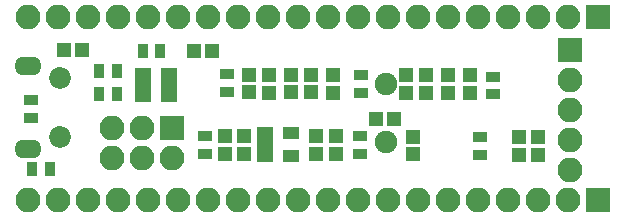
<source format=gbs>
%TF.GenerationSoftware,KiCad,Pcbnew,4.0.7*%
%TF.CreationDate,2018-01-16T14:15:25+08:00*%
%TF.ProjectId,STM32F401CCT6,53544D333246343031434354362E6B69,rev?*%
%TF.FileFunction,Soldermask,Bot*%
%FSLAX46Y46*%
G04 Gerber Fmt 4.6, Leading zero omitted, Abs format (unit mm)*
G04 Created by KiCad (PCBNEW 4.0.7) date 01/16/18 14:15:25*
%MOMM*%
%LPD*%
G01*
G04 APERTURE LIST*
%ADD10C,0.100000*%
%ADD11C,1.900000*%
%ADD12R,2.100000X2.100000*%
%ADD13O,2.100000X2.100000*%
%ADD14R,0.900000X1.300000*%
%ADD15R,1.200000X1.150000*%
%ADD16R,1.150000X1.200000*%
%ADD17R,1.300000X0.900000*%
%ADD18R,1.460000X1.050000*%
%ADD19C,1.850000*%
%ADD20O,2.300000X1.600000*%
G04 APERTURE END LIST*
D10*
D11*
X32222000Y-14222000D03*
X32222000Y-9342000D03*
D12*
X47772000Y-6482000D03*
D13*
X47772000Y-9022000D03*
X47772000Y-11562000D03*
X47772000Y-14102000D03*
X47772000Y-16642000D03*
D14*
X2250000Y-16550000D03*
X3750000Y-16550000D03*
D15*
X31402000Y-12262000D03*
X32902000Y-12262000D03*
D16*
X34542000Y-13792000D03*
X34542000Y-15292000D03*
X45102000Y-15342000D03*
X45102000Y-13842000D03*
D15*
X6482000Y-6472000D03*
X4982000Y-6472000D03*
X15962000Y-6532000D03*
X17462000Y-6532000D03*
D17*
X16912000Y-13752000D03*
X16912000Y-15252000D03*
D16*
X18592000Y-15242000D03*
X18592000Y-13742000D03*
X20232000Y-13752000D03*
X20232000Y-15252000D03*
D18*
X22002000Y-15382000D03*
X22002000Y-14432000D03*
X22002000Y-13482000D03*
X24202000Y-13482000D03*
X24202000Y-15382000D03*
D16*
X26282000Y-13722000D03*
X26282000Y-15222000D03*
X28022000Y-13732000D03*
X28022000Y-15232000D03*
D17*
X30012000Y-13752000D03*
X30012000Y-15252000D03*
X40192000Y-13812000D03*
X40192000Y-15312000D03*
D16*
X43452000Y-15322000D03*
X43452000Y-13822000D03*
D17*
X41240000Y-8700000D03*
X41240000Y-10200000D03*
D16*
X37502000Y-10072000D03*
X37502000Y-8572000D03*
X35602000Y-8552000D03*
X35602000Y-10052000D03*
X33872000Y-8552000D03*
X33872000Y-10052000D03*
D17*
X30082000Y-10092000D03*
X30082000Y-8592000D03*
D16*
X27772000Y-10052000D03*
X27772000Y-8552000D03*
X20592000Y-10042000D03*
X20592000Y-8542000D03*
X25892000Y-10042000D03*
X25892000Y-8542000D03*
X22322000Y-10062000D03*
X22322000Y-8562000D03*
X24202000Y-10032000D03*
X24202000Y-8532000D03*
D17*
X18772000Y-8522000D03*
X18772000Y-10022000D03*
D14*
X13120000Y-6510000D03*
X11620000Y-6510000D03*
D18*
X13882000Y-8462000D03*
X13882000Y-9412000D03*
X13882000Y-10362000D03*
X11682000Y-10362000D03*
X11682000Y-8462000D03*
X11682000Y-9412000D03*
D14*
X9452000Y-10152000D03*
X7952000Y-10152000D03*
X9452000Y-8242000D03*
X7952000Y-8242000D03*
D17*
X2162000Y-10692000D03*
X2162000Y-12192000D03*
D12*
X50152000Y-19182000D03*
D13*
X47612000Y-19182000D03*
X45072000Y-19182000D03*
X42532000Y-19182000D03*
X39992000Y-19182000D03*
X37452000Y-19182000D03*
X34912000Y-19182000D03*
X32372000Y-19182000D03*
X29832000Y-19182000D03*
X27292000Y-19182000D03*
X24752000Y-19182000D03*
X22212000Y-19182000D03*
X19672000Y-19182000D03*
X17132000Y-19182000D03*
X14592000Y-19182000D03*
X12052000Y-19182000D03*
X9512000Y-19182000D03*
X6972000Y-19182000D03*
X4432000Y-19182000D03*
X1892000Y-19182000D03*
D12*
X50152000Y-3682000D03*
D13*
X47612000Y-3682000D03*
X45072000Y-3682000D03*
X42532000Y-3682000D03*
X39992000Y-3682000D03*
X37452000Y-3682000D03*
X34912000Y-3682000D03*
X32372000Y-3682000D03*
X29832000Y-3682000D03*
X27292000Y-3682000D03*
X24752000Y-3682000D03*
X22212000Y-3682000D03*
X19672000Y-3682000D03*
X17132000Y-3682000D03*
X14592000Y-3682000D03*
X12052000Y-3682000D03*
X9512000Y-3682000D03*
X6972000Y-3682000D03*
X4432000Y-3682000D03*
X1892000Y-3682000D03*
D12*
X14110000Y-13080000D03*
D13*
X14110000Y-15620000D03*
X11570000Y-13080000D03*
X11570000Y-15620000D03*
X9030000Y-13080000D03*
X9030000Y-15620000D03*
D16*
X39362000Y-10072000D03*
X39362000Y-8572000D03*
D19*
X4650000Y-8800000D03*
X4650000Y-13800000D03*
D20*
X1950000Y-7800000D03*
X1950000Y-14800000D03*
M02*

</source>
